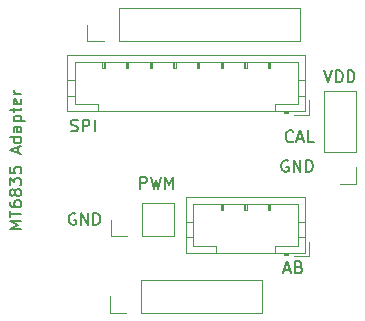
<source format=gbr>
%TF.GenerationSoftware,KiCad,Pcbnew,9.0.2*%
%TF.CreationDate,2025-07-05T20:05:03-04:00*%
%TF.ProjectId,MT6835 Breakout,4d543638-3335-4204-9272-65616b6f7574,rev?*%
%TF.SameCoordinates,Original*%
%TF.FileFunction,Legend,Top*%
%TF.FilePolarity,Positive*%
%FSLAX46Y46*%
G04 Gerber Fmt 4.6, Leading zero omitted, Abs format (unit mm)*
G04 Created by KiCad (PCBNEW 9.0.2) date 2025-07-05 20:05:03*
%MOMM*%
%LPD*%
G01*
G04 APERTURE LIST*
%ADD10C,0.150000*%
%ADD11C,0.120000*%
G04 APERTURE END LIST*
D10*
X125039819Y-100809524D02*
X124039819Y-100809524D01*
X124039819Y-100809524D02*
X124754104Y-100476191D01*
X124754104Y-100476191D02*
X124039819Y-100142858D01*
X124039819Y-100142858D02*
X125039819Y-100142858D01*
X124039819Y-99809524D02*
X124039819Y-99238096D01*
X125039819Y-99523810D02*
X124039819Y-99523810D01*
X124039819Y-98476191D02*
X124039819Y-98666667D01*
X124039819Y-98666667D02*
X124087438Y-98761905D01*
X124087438Y-98761905D02*
X124135057Y-98809524D01*
X124135057Y-98809524D02*
X124277914Y-98904762D01*
X124277914Y-98904762D02*
X124468390Y-98952381D01*
X124468390Y-98952381D02*
X124849342Y-98952381D01*
X124849342Y-98952381D02*
X124944580Y-98904762D01*
X124944580Y-98904762D02*
X124992200Y-98857143D01*
X124992200Y-98857143D02*
X125039819Y-98761905D01*
X125039819Y-98761905D02*
X125039819Y-98571429D01*
X125039819Y-98571429D02*
X124992200Y-98476191D01*
X124992200Y-98476191D02*
X124944580Y-98428572D01*
X124944580Y-98428572D02*
X124849342Y-98380953D01*
X124849342Y-98380953D02*
X124611247Y-98380953D01*
X124611247Y-98380953D02*
X124516009Y-98428572D01*
X124516009Y-98428572D02*
X124468390Y-98476191D01*
X124468390Y-98476191D02*
X124420771Y-98571429D01*
X124420771Y-98571429D02*
X124420771Y-98761905D01*
X124420771Y-98761905D02*
X124468390Y-98857143D01*
X124468390Y-98857143D02*
X124516009Y-98904762D01*
X124516009Y-98904762D02*
X124611247Y-98952381D01*
X124468390Y-97809524D02*
X124420771Y-97904762D01*
X124420771Y-97904762D02*
X124373152Y-97952381D01*
X124373152Y-97952381D02*
X124277914Y-98000000D01*
X124277914Y-98000000D02*
X124230295Y-98000000D01*
X124230295Y-98000000D02*
X124135057Y-97952381D01*
X124135057Y-97952381D02*
X124087438Y-97904762D01*
X124087438Y-97904762D02*
X124039819Y-97809524D01*
X124039819Y-97809524D02*
X124039819Y-97619048D01*
X124039819Y-97619048D02*
X124087438Y-97523810D01*
X124087438Y-97523810D02*
X124135057Y-97476191D01*
X124135057Y-97476191D02*
X124230295Y-97428572D01*
X124230295Y-97428572D02*
X124277914Y-97428572D01*
X124277914Y-97428572D02*
X124373152Y-97476191D01*
X124373152Y-97476191D02*
X124420771Y-97523810D01*
X124420771Y-97523810D02*
X124468390Y-97619048D01*
X124468390Y-97619048D02*
X124468390Y-97809524D01*
X124468390Y-97809524D02*
X124516009Y-97904762D01*
X124516009Y-97904762D02*
X124563628Y-97952381D01*
X124563628Y-97952381D02*
X124658866Y-98000000D01*
X124658866Y-98000000D02*
X124849342Y-98000000D01*
X124849342Y-98000000D02*
X124944580Y-97952381D01*
X124944580Y-97952381D02*
X124992200Y-97904762D01*
X124992200Y-97904762D02*
X125039819Y-97809524D01*
X125039819Y-97809524D02*
X125039819Y-97619048D01*
X125039819Y-97619048D02*
X124992200Y-97523810D01*
X124992200Y-97523810D02*
X124944580Y-97476191D01*
X124944580Y-97476191D02*
X124849342Y-97428572D01*
X124849342Y-97428572D02*
X124658866Y-97428572D01*
X124658866Y-97428572D02*
X124563628Y-97476191D01*
X124563628Y-97476191D02*
X124516009Y-97523810D01*
X124516009Y-97523810D02*
X124468390Y-97619048D01*
X124039819Y-97095238D02*
X124039819Y-96476191D01*
X124039819Y-96476191D02*
X124420771Y-96809524D01*
X124420771Y-96809524D02*
X124420771Y-96666667D01*
X124420771Y-96666667D02*
X124468390Y-96571429D01*
X124468390Y-96571429D02*
X124516009Y-96523810D01*
X124516009Y-96523810D02*
X124611247Y-96476191D01*
X124611247Y-96476191D02*
X124849342Y-96476191D01*
X124849342Y-96476191D02*
X124944580Y-96523810D01*
X124944580Y-96523810D02*
X124992200Y-96571429D01*
X124992200Y-96571429D02*
X125039819Y-96666667D01*
X125039819Y-96666667D02*
X125039819Y-96952381D01*
X125039819Y-96952381D02*
X124992200Y-97047619D01*
X124992200Y-97047619D02*
X124944580Y-97095238D01*
X124039819Y-95571429D02*
X124039819Y-96047619D01*
X124039819Y-96047619D02*
X124516009Y-96095238D01*
X124516009Y-96095238D02*
X124468390Y-96047619D01*
X124468390Y-96047619D02*
X124420771Y-95952381D01*
X124420771Y-95952381D02*
X124420771Y-95714286D01*
X124420771Y-95714286D02*
X124468390Y-95619048D01*
X124468390Y-95619048D02*
X124516009Y-95571429D01*
X124516009Y-95571429D02*
X124611247Y-95523810D01*
X124611247Y-95523810D02*
X124849342Y-95523810D01*
X124849342Y-95523810D02*
X124944580Y-95571429D01*
X124944580Y-95571429D02*
X124992200Y-95619048D01*
X124992200Y-95619048D02*
X125039819Y-95714286D01*
X125039819Y-95714286D02*
X125039819Y-95952381D01*
X125039819Y-95952381D02*
X124992200Y-96047619D01*
X124992200Y-96047619D02*
X124944580Y-96095238D01*
X124754104Y-94380952D02*
X124754104Y-93904762D01*
X125039819Y-94476190D02*
X124039819Y-94142857D01*
X124039819Y-94142857D02*
X125039819Y-93809524D01*
X125039819Y-93047619D02*
X124039819Y-93047619D01*
X124992200Y-93047619D02*
X125039819Y-93142857D01*
X125039819Y-93142857D02*
X125039819Y-93333333D01*
X125039819Y-93333333D02*
X124992200Y-93428571D01*
X124992200Y-93428571D02*
X124944580Y-93476190D01*
X124944580Y-93476190D02*
X124849342Y-93523809D01*
X124849342Y-93523809D02*
X124563628Y-93523809D01*
X124563628Y-93523809D02*
X124468390Y-93476190D01*
X124468390Y-93476190D02*
X124420771Y-93428571D01*
X124420771Y-93428571D02*
X124373152Y-93333333D01*
X124373152Y-93333333D02*
X124373152Y-93142857D01*
X124373152Y-93142857D02*
X124420771Y-93047619D01*
X125039819Y-92142857D02*
X124516009Y-92142857D01*
X124516009Y-92142857D02*
X124420771Y-92190476D01*
X124420771Y-92190476D02*
X124373152Y-92285714D01*
X124373152Y-92285714D02*
X124373152Y-92476190D01*
X124373152Y-92476190D02*
X124420771Y-92571428D01*
X124992200Y-92142857D02*
X125039819Y-92238095D01*
X125039819Y-92238095D02*
X125039819Y-92476190D01*
X125039819Y-92476190D02*
X124992200Y-92571428D01*
X124992200Y-92571428D02*
X124896961Y-92619047D01*
X124896961Y-92619047D02*
X124801723Y-92619047D01*
X124801723Y-92619047D02*
X124706485Y-92571428D01*
X124706485Y-92571428D02*
X124658866Y-92476190D01*
X124658866Y-92476190D02*
X124658866Y-92238095D01*
X124658866Y-92238095D02*
X124611247Y-92142857D01*
X124373152Y-91666666D02*
X125373152Y-91666666D01*
X124420771Y-91666666D02*
X124373152Y-91571428D01*
X124373152Y-91571428D02*
X124373152Y-91380952D01*
X124373152Y-91380952D02*
X124420771Y-91285714D01*
X124420771Y-91285714D02*
X124468390Y-91238095D01*
X124468390Y-91238095D02*
X124563628Y-91190476D01*
X124563628Y-91190476D02*
X124849342Y-91190476D01*
X124849342Y-91190476D02*
X124944580Y-91238095D01*
X124944580Y-91238095D02*
X124992200Y-91285714D01*
X124992200Y-91285714D02*
X125039819Y-91380952D01*
X125039819Y-91380952D02*
X125039819Y-91571428D01*
X125039819Y-91571428D02*
X124992200Y-91666666D01*
X124373152Y-90904761D02*
X124373152Y-90523809D01*
X124039819Y-90761904D02*
X124896961Y-90761904D01*
X124896961Y-90761904D02*
X124992200Y-90714285D01*
X124992200Y-90714285D02*
X125039819Y-90619047D01*
X125039819Y-90619047D02*
X125039819Y-90523809D01*
X124992200Y-89809523D02*
X125039819Y-89904761D01*
X125039819Y-89904761D02*
X125039819Y-90095237D01*
X125039819Y-90095237D02*
X124992200Y-90190475D01*
X124992200Y-90190475D02*
X124896961Y-90238094D01*
X124896961Y-90238094D02*
X124516009Y-90238094D01*
X124516009Y-90238094D02*
X124420771Y-90190475D01*
X124420771Y-90190475D02*
X124373152Y-90095237D01*
X124373152Y-90095237D02*
X124373152Y-89904761D01*
X124373152Y-89904761D02*
X124420771Y-89809523D01*
X124420771Y-89809523D02*
X124516009Y-89761904D01*
X124516009Y-89761904D02*
X124611247Y-89761904D01*
X124611247Y-89761904D02*
X124706485Y-90238094D01*
X125039819Y-89333332D02*
X124373152Y-89333332D01*
X124563628Y-89333332D02*
X124468390Y-89285713D01*
X124468390Y-89285713D02*
X124420771Y-89238094D01*
X124420771Y-89238094D02*
X124373152Y-89142856D01*
X124373152Y-89142856D02*
X124373152Y-89047618D01*
X150666667Y-87369819D02*
X151000000Y-88369819D01*
X151000000Y-88369819D02*
X151333333Y-87369819D01*
X151666667Y-88369819D02*
X151666667Y-87369819D01*
X151666667Y-87369819D02*
X151904762Y-87369819D01*
X151904762Y-87369819D02*
X152047619Y-87417438D01*
X152047619Y-87417438D02*
X152142857Y-87512676D01*
X152142857Y-87512676D02*
X152190476Y-87607914D01*
X152190476Y-87607914D02*
X152238095Y-87798390D01*
X152238095Y-87798390D02*
X152238095Y-87941247D01*
X152238095Y-87941247D02*
X152190476Y-88131723D01*
X152190476Y-88131723D02*
X152142857Y-88226961D01*
X152142857Y-88226961D02*
X152047619Y-88322200D01*
X152047619Y-88322200D02*
X151904762Y-88369819D01*
X151904762Y-88369819D02*
X151666667Y-88369819D01*
X152666667Y-88369819D02*
X152666667Y-87369819D01*
X152666667Y-87369819D02*
X152904762Y-87369819D01*
X152904762Y-87369819D02*
X153047619Y-87417438D01*
X153047619Y-87417438D02*
X153142857Y-87512676D01*
X153142857Y-87512676D02*
X153190476Y-87607914D01*
X153190476Y-87607914D02*
X153238095Y-87798390D01*
X153238095Y-87798390D02*
X153238095Y-87941247D01*
X153238095Y-87941247D02*
X153190476Y-88131723D01*
X153190476Y-88131723D02*
X153142857Y-88226961D01*
X153142857Y-88226961D02*
X153047619Y-88322200D01*
X153047619Y-88322200D02*
X152904762Y-88369819D01*
X152904762Y-88369819D02*
X152666667Y-88369819D01*
X148044172Y-93359580D02*
X147996553Y-93407200D01*
X147996553Y-93407200D02*
X147853696Y-93454819D01*
X147853696Y-93454819D02*
X147758458Y-93454819D01*
X147758458Y-93454819D02*
X147615601Y-93407200D01*
X147615601Y-93407200D02*
X147520363Y-93311961D01*
X147520363Y-93311961D02*
X147472744Y-93216723D01*
X147472744Y-93216723D02*
X147425125Y-93026247D01*
X147425125Y-93026247D02*
X147425125Y-92883390D01*
X147425125Y-92883390D02*
X147472744Y-92692914D01*
X147472744Y-92692914D02*
X147520363Y-92597676D01*
X147520363Y-92597676D02*
X147615601Y-92502438D01*
X147615601Y-92502438D02*
X147758458Y-92454819D01*
X147758458Y-92454819D02*
X147853696Y-92454819D01*
X147853696Y-92454819D02*
X147996553Y-92502438D01*
X147996553Y-92502438D02*
X148044172Y-92550057D01*
X148425125Y-93169104D02*
X148901315Y-93169104D01*
X148329887Y-93454819D02*
X148663220Y-92454819D01*
X148663220Y-92454819D02*
X148996553Y-93454819D01*
X149806077Y-93454819D02*
X149329887Y-93454819D01*
X149329887Y-93454819D02*
X149329887Y-92454819D01*
X147615601Y-95002438D02*
X147520363Y-94954819D01*
X147520363Y-94954819D02*
X147377506Y-94954819D01*
X147377506Y-94954819D02*
X147234649Y-95002438D01*
X147234649Y-95002438D02*
X147139411Y-95097676D01*
X147139411Y-95097676D02*
X147091792Y-95192914D01*
X147091792Y-95192914D02*
X147044173Y-95383390D01*
X147044173Y-95383390D02*
X147044173Y-95526247D01*
X147044173Y-95526247D02*
X147091792Y-95716723D01*
X147091792Y-95716723D02*
X147139411Y-95811961D01*
X147139411Y-95811961D02*
X147234649Y-95907200D01*
X147234649Y-95907200D02*
X147377506Y-95954819D01*
X147377506Y-95954819D02*
X147472744Y-95954819D01*
X147472744Y-95954819D02*
X147615601Y-95907200D01*
X147615601Y-95907200D02*
X147663220Y-95859580D01*
X147663220Y-95859580D02*
X147663220Y-95526247D01*
X147663220Y-95526247D02*
X147472744Y-95526247D01*
X148091792Y-95954819D02*
X148091792Y-94954819D01*
X148091792Y-94954819D02*
X148663220Y-95954819D01*
X148663220Y-95954819D02*
X148663220Y-94954819D01*
X149139411Y-95954819D02*
X149139411Y-94954819D01*
X149139411Y-94954819D02*
X149377506Y-94954819D01*
X149377506Y-94954819D02*
X149520363Y-95002438D01*
X149520363Y-95002438D02*
X149615601Y-95097676D01*
X149615601Y-95097676D02*
X149663220Y-95192914D01*
X149663220Y-95192914D02*
X149710839Y-95383390D01*
X149710839Y-95383390D02*
X149710839Y-95526247D01*
X149710839Y-95526247D02*
X149663220Y-95716723D01*
X149663220Y-95716723D02*
X149615601Y-95811961D01*
X149615601Y-95811961D02*
X149520363Y-95907200D01*
X149520363Y-95907200D02*
X149377506Y-95954819D01*
X149377506Y-95954819D02*
X149139411Y-95954819D01*
X135095238Y-97369819D02*
X135095238Y-96369819D01*
X135095238Y-96369819D02*
X135476190Y-96369819D01*
X135476190Y-96369819D02*
X135571428Y-96417438D01*
X135571428Y-96417438D02*
X135619047Y-96465057D01*
X135619047Y-96465057D02*
X135666666Y-96560295D01*
X135666666Y-96560295D02*
X135666666Y-96703152D01*
X135666666Y-96703152D02*
X135619047Y-96798390D01*
X135619047Y-96798390D02*
X135571428Y-96846009D01*
X135571428Y-96846009D02*
X135476190Y-96893628D01*
X135476190Y-96893628D02*
X135095238Y-96893628D01*
X136000000Y-96369819D02*
X136238095Y-97369819D01*
X136238095Y-97369819D02*
X136428571Y-96655533D01*
X136428571Y-96655533D02*
X136619047Y-97369819D01*
X136619047Y-97369819D02*
X136857143Y-96369819D01*
X137238095Y-97369819D02*
X137238095Y-96369819D01*
X137238095Y-96369819D02*
X137571428Y-97084104D01*
X137571428Y-97084104D02*
X137904761Y-96369819D01*
X137904761Y-96369819D02*
X137904761Y-97369819D01*
X129615601Y-99502438D02*
X129520363Y-99454819D01*
X129520363Y-99454819D02*
X129377506Y-99454819D01*
X129377506Y-99454819D02*
X129234649Y-99502438D01*
X129234649Y-99502438D02*
X129139411Y-99597676D01*
X129139411Y-99597676D02*
X129091792Y-99692914D01*
X129091792Y-99692914D02*
X129044173Y-99883390D01*
X129044173Y-99883390D02*
X129044173Y-100026247D01*
X129044173Y-100026247D02*
X129091792Y-100216723D01*
X129091792Y-100216723D02*
X129139411Y-100311961D01*
X129139411Y-100311961D02*
X129234649Y-100407200D01*
X129234649Y-100407200D02*
X129377506Y-100454819D01*
X129377506Y-100454819D02*
X129472744Y-100454819D01*
X129472744Y-100454819D02*
X129615601Y-100407200D01*
X129615601Y-100407200D02*
X129663220Y-100359580D01*
X129663220Y-100359580D02*
X129663220Y-100026247D01*
X129663220Y-100026247D02*
X129472744Y-100026247D01*
X130091792Y-100454819D02*
X130091792Y-99454819D01*
X130091792Y-99454819D02*
X130663220Y-100454819D01*
X130663220Y-100454819D02*
X130663220Y-99454819D01*
X131139411Y-100454819D02*
X131139411Y-99454819D01*
X131139411Y-99454819D02*
X131377506Y-99454819D01*
X131377506Y-99454819D02*
X131520363Y-99502438D01*
X131520363Y-99502438D02*
X131615601Y-99597676D01*
X131615601Y-99597676D02*
X131663220Y-99692914D01*
X131663220Y-99692914D02*
X131710839Y-99883390D01*
X131710839Y-99883390D02*
X131710839Y-100026247D01*
X131710839Y-100026247D02*
X131663220Y-100216723D01*
X131663220Y-100216723D02*
X131615601Y-100311961D01*
X131615601Y-100311961D02*
X131520363Y-100407200D01*
X131520363Y-100407200D02*
X131377506Y-100454819D01*
X131377506Y-100454819D02*
X131139411Y-100454819D01*
X129229160Y-92492200D02*
X129372017Y-92539819D01*
X129372017Y-92539819D02*
X129610112Y-92539819D01*
X129610112Y-92539819D02*
X129705350Y-92492200D01*
X129705350Y-92492200D02*
X129752969Y-92444580D01*
X129752969Y-92444580D02*
X129800588Y-92349342D01*
X129800588Y-92349342D02*
X129800588Y-92254104D01*
X129800588Y-92254104D02*
X129752969Y-92158866D01*
X129752969Y-92158866D02*
X129705350Y-92111247D01*
X129705350Y-92111247D02*
X129610112Y-92063628D01*
X129610112Y-92063628D02*
X129419636Y-92016009D01*
X129419636Y-92016009D02*
X129324398Y-91968390D01*
X129324398Y-91968390D02*
X129276779Y-91920771D01*
X129276779Y-91920771D02*
X129229160Y-91825533D01*
X129229160Y-91825533D02*
X129229160Y-91730295D01*
X129229160Y-91730295D02*
X129276779Y-91635057D01*
X129276779Y-91635057D02*
X129324398Y-91587438D01*
X129324398Y-91587438D02*
X129419636Y-91539819D01*
X129419636Y-91539819D02*
X129657731Y-91539819D01*
X129657731Y-91539819D02*
X129800588Y-91587438D01*
X130229160Y-92539819D02*
X130229160Y-91539819D01*
X130229160Y-91539819D02*
X130610112Y-91539819D01*
X130610112Y-91539819D02*
X130705350Y-91587438D01*
X130705350Y-91587438D02*
X130752969Y-91635057D01*
X130752969Y-91635057D02*
X130800588Y-91730295D01*
X130800588Y-91730295D02*
X130800588Y-91873152D01*
X130800588Y-91873152D02*
X130752969Y-91968390D01*
X130752969Y-91968390D02*
X130705350Y-92016009D01*
X130705350Y-92016009D02*
X130610112Y-92063628D01*
X130610112Y-92063628D02*
X130229160Y-92063628D01*
X131229160Y-92539819D02*
X131229160Y-91539819D01*
X147294649Y-104254104D02*
X147770839Y-104254104D01*
X147199411Y-104539819D02*
X147532744Y-103539819D01*
X147532744Y-103539819D02*
X147866077Y-104539819D01*
X148532744Y-104016009D02*
X148675601Y-104063628D01*
X148675601Y-104063628D02*
X148723220Y-104111247D01*
X148723220Y-104111247D02*
X148770839Y-104206485D01*
X148770839Y-104206485D02*
X148770839Y-104349342D01*
X148770839Y-104349342D02*
X148723220Y-104444580D01*
X148723220Y-104444580D02*
X148675601Y-104492200D01*
X148675601Y-104492200D02*
X148580363Y-104539819D01*
X148580363Y-104539819D02*
X148199411Y-104539819D01*
X148199411Y-104539819D02*
X148199411Y-103539819D01*
X148199411Y-103539819D02*
X148532744Y-103539819D01*
X148532744Y-103539819D02*
X148627982Y-103587438D01*
X148627982Y-103587438D02*
X148675601Y-103635057D01*
X148675601Y-103635057D02*
X148723220Y-103730295D01*
X148723220Y-103730295D02*
X148723220Y-103825533D01*
X148723220Y-103825533D02*
X148675601Y-103920771D01*
X148675601Y-103920771D02*
X148627982Y-103968390D01*
X148627982Y-103968390D02*
X148532744Y-104016009D01*
X148532744Y-104016009D02*
X148199411Y-104016009D01*
D11*
%TO.C,J1*%
X128940000Y-86090000D02*
X128940000Y-90810000D01*
X128940000Y-88200000D02*
X129550000Y-88200000D01*
X128940000Y-89500000D02*
X129550000Y-89500000D01*
X128940000Y-90810000D02*
X149060000Y-90810000D01*
X129550000Y-86700000D02*
X129550000Y-90200000D01*
X129550000Y-90200000D02*
X131500000Y-90200000D01*
X131500000Y-90200000D02*
X131500000Y-90810000D01*
X131900000Y-87200000D02*
X131900000Y-86700000D01*
X132000000Y-86700000D02*
X132000000Y-87200000D01*
X132100000Y-86700000D02*
X132100000Y-87200000D01*
X132100000Y-87200000D02*
X131900000Y-87200000D01*
X133900000Y-87200000D02*
X133900000Y-86700000D01*
X134000000Y-86700000D02*
X134000000Y-87200000D01*
X134100000Y-86700000D02*
X134100000Y-87200000D01*
X134100000Y-87200000D02*
X133900000Y-87200000D01*
X135900000Y-87200000D02*
X135900000Y-86700000D01*
X136000000Y-86700000D02*
X136000000Y-87200000D01*
X136100000Y-86700000D02*
X136100000Y-87200000D01*
X136100000Y-87200000D02*
X135900000Y-87200000D01*
X137900000Y-87200000D02*
X137900000Y-86700000D01*
X138000000Y-86700000D02*
X138000000Y-87200000D01*
X138100000Y-86700000D02*
X138100000Y-87200000D01*
X138100000Y-87200000D02*
X137900000Y-87200000D01*
X139900000Y-87200000D02*
X139900000Y-86700000D01*
X140000000Y-86700000D02*
X140000000Y-87200000D01*
X140100000Y-86700000D02*
X140100000Y-87200000D01*
X140100000Y-87200000D02*
X139900000Y-87200000D01*
X141900000Y-87200000D02*
X141900000Y-86700000D01*
X142000000Y-86700000D02*
X142000000Y-87200000D01*
X142100000Y-86700000D02*
X142100000Y-87200000D01*
X142100000Y-87200000D02*
X141900000Y-87200000D01*
X143900000Y-87200000D02*
X143900000Y-86700000D01*
X144000000Y-86700000D02*
X144000000Y-87200000D01*
X144100000Y-86700000D02*
X144100000Y-87200000D01*
X144100000Y-87200000D02*
X143900000Y-87200000D01*
X145900000Y-87200000D02*
X145900000Y-86700000D01*
X146000000Y-86700000D02*
X146000000Y-87200000D01*
X146100000Y-86700000D02*
X146100000Y-87200000D01*
X146100000Y-87200000D02*
X145900000Y-87200000D01*
X146500000Y-90200000D02*
X148450000Y-90200000D01*
X146500000Y-90810000D02*
X146500000Y-90200000D01*
X147300000Y-90810000D02*
X147300000Y-91010000D01*
X147300000Y-90910000D02*
X147600000Y-90910000D01*
X147300000Y-91010000D02*
X147600000Y-91010000D01*
X147600000Y-91010000D02*
X147600000Y-90810000D01*
X148110000Y-91110000D02*
X149360000Y-91110000D01*
X148450000Y-86700000D02*
X129550000Y-86700000D01*
X148450000Y-90200000D02*
X148450000Y-86700000D01*
X149060000Y-86090000D02*
X128940000Y-86090000D01*
X149060000Y-88200000D02*
X148450000Y-88200000D01*
X149060000Y-89500000D02*
X148450000Y-89500000D01*
X149060000Y-90810000D02*
X149060000Y-86090000D01*
X149360000Y-91110000D02*
X149360000Y-89860000D01*
%TO.C,J6*%
X132500000Y-107880000D02*
X132500000Y-106500000D01*
X133880000Y-107880000D02*
X132500000Y-107880000D01*
X135150000Y-107880000D02*
X145420000Y-107880000D01*
X135150000Y-107880000D02*
X135150000Y-105120000D01*
X145420000Y-107880000D02*
X145420000Y-105120000D01*
X135150000Y-105120000D02*
X145420000Y-105120000D01*
%TO.C,J5*%
X133270000Y-82120000D02*
X148620000Y-82120000D01*
X148620000Y-84880000D02*
X148620000Y-82120000D01*
X133270000Y-84880000D02*
X133270000Y-82120000D01*
X133270000Y-84880000D02*
X148620000Y-84880000D01*
X132000000Y-84880000D02*
X130620000Y-84880000D01*
X130620000Y-84880000D02*
X130620000Y-83500000D01*
%TO.C,J4*%
X132620000Y-101380000D02*
X132620000Y-100000000D01*
X134000000Y-101380000D02*
X132620000Y-101380000D01*
X135270000Y-101380000D02*
X137920000Y-101380000D01*
X135270000Y-101380000D02*
X135270000Y-98620000D01*
X137920000Y-101380000D02*
X137920000Y-98620000D01*
X135270000Y-98620000D02*
X137920000Y-98620000D01*
%TO.C,J3*%
X153380000Y-96960000D02*
X152000000Y-96960000D01*
X153380000Y-95580000D02*
X153380000Y-96960000D01*
X153380000Y-94310000D02*
X153380000Y-89120000D01*
X153380000Y-94310000D02*
X150620000Y-94310000D01*
X153380000Y-89120000D02*
X150620000Y-89120000D01*
X150620000Y-94310000D02*
X150620000Y-89120000D01*
%TO.C,J2*%
X149360000Y-103110000D02*
X149360000Y-101860000D01*
X149060000Y-102810000D02*
X149060000Y-98090000D01*
X149060000Y-101500000D02*
X148450000Y-101500000D01*
X149060000Y-100200000D02*
X148450000Y-100200000D01*
X149060000Y-98090000D02*
X138940000Y-98090000D01*
X148450000Y-102200000D02*
X148450000Y-98700000D01*
X148450000Y-98700000D02*
X139550000Y-98700000D01*
X148110000Y-103110000D02*
X149360000Y-103110000D01*
X147600000Y-103010000D02*
X147600000Y-102810000D01*
X147300000Y-103010000D02*
X147600000Y-103010000D01*
X147300000Y-102910000D02*
X147600000Y-102910000D01*
X147300000Y-102810000D02*
X147300000Y-103010000D01*
X146500000Y-102810000D02*
X146500000Y-102200000D01*
X146500000Y-102200000D02*
X148450000Y-102200000D01*
X146100000Y-99200000D02*
X145900000Y-99200000D01*
X146100000Y-98700000D02*
X146100000Y-99200000D01*
X146000000Y-98700000D02*
X146000000Y-99200000D01*
X145900000Y-99200000D02*
X145900000Y-98700000D01*
X144100000Y-99200000D02*
X143900000Y-99200000D01*
X144100000Y-98700000D02*
X144100000Y-99200000D01*
X144000000Y-98700000D02*
X144000000Y-99200000D01*
X143900000Y-99200000D02*
X143900000Y-98700000D01*
X142100000Y-99200000D02*
X141900000Y-99200000D01*
X142100000Y-98700000D02*
X142100000Y-99200000D01*
X142000000Y-98700000D02*
X142000000Y-99200000D01*
X141900000Y-99200000D02*
X141900000Y-98700000D01*
X141500000Y-102200000D02*
X141500000Y-102810000D01*
X139550000Y-102200000D02*
X141500000Y-102200000D01*
X139550000Y-98700000D02*
X139550000Y-102200000D01*
X138940000Y-102810000D02*
X149060000Y-102810000D01*
X138940000Y-101500000D02*
X139550000Y-101500000D01*
X138940000Y-100200000D02*
X139550000Y-100200000D01*
X138940000Y-98090000D02*
X138940000Y-102810000D01*
%TD*%
M02*

</source>
